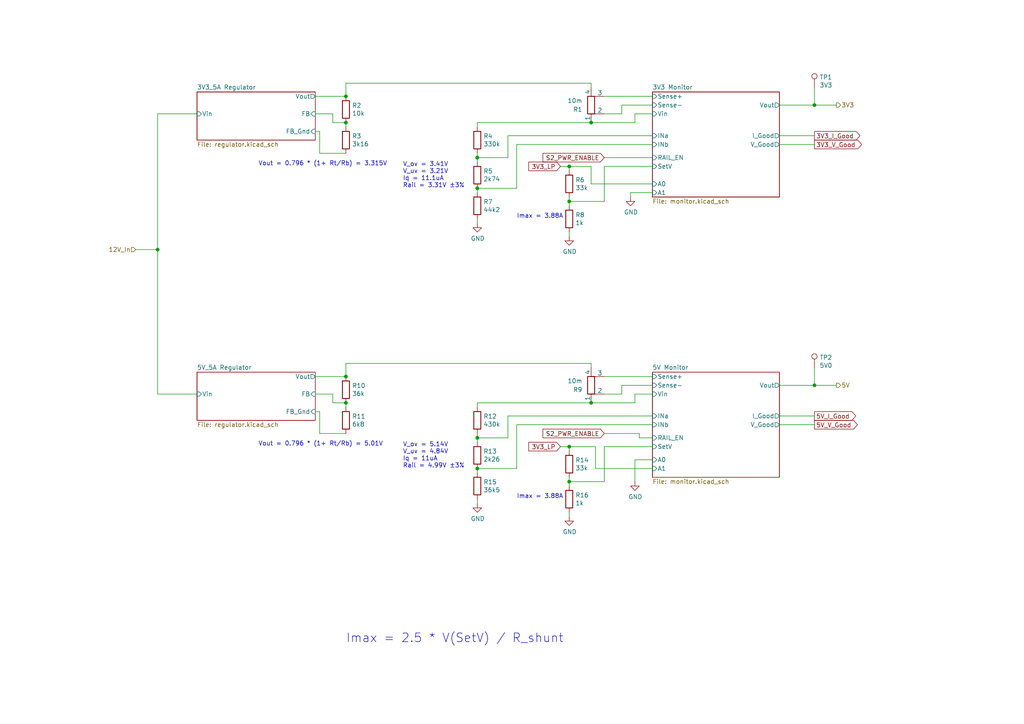
<source format=kicad_sch>
(kicad_sch (version 20210126) (generator eeschema)
  (paper "A4")
  (title_block (rev "DRAFT") (company "M0WUT"))
  (lib_symbols
    (symbol "Connector:TestPoint" (pin_numbers hide) (pin_names (offset 0.762) hide)
      (property "Reference" "TP" (at 0 6.858 0))
      (property "Value" "TestPoint" (at 0 5.08 0))
      (symbol "TestPoint_0_1"
        (circle (center 0 3.302) (radius 0.762))
      )
      (symbol "TestPoint_1_1"
        (pin passive line (at 0 0 90) (length 2.54) (name "1") (number "1"))
      )
    )
    (symbol "Device:R" (pin_numbers hide) (pin_names (offset 0))
      (property "Reference" "R" (at 2.032 0 90))
      (property "Value" "R" (at 0 0 90))
      (symbol "R_0_1"
        (rectangle (start -1.016 -2.54) (end 1.016 2.54) (stroke (width 0.254)))
      )
      (symbol "R_1_1"
        (pin passive line (at 0 3.81 270) (length 1.27) (name "~") (number "1"))
        (pin passive line (at 0 -3.81 90) (length 1.27) (name "~") (number "2"))
      )
    )
    (symbol "Device:R_Shunt" (pin_numbers hide) (pin_names (offset 0))
      (property "Reference" "R" (at -4.445 0 90))
      (property "Value" "R_Shunt" (at -2.54 0 90))
      (symbol "R_Shunt_0_1"
        (rectangle (start -1.016 -2.54) (end 1.016 2.54) (stroke (width 0.254)))
        (polyline (pts (xy 0 -2.54) (xy 1.27 -2.54)))
        (polyline (pts (xy 1.27 2.54) (xy 0 2.54)))
      )
      (symbol "R_Shunt_1_1"
        (pin passive line (at 0 5.08 270) (length 2.54) (name "1") (number "1"))
        (pin passive line (at 3.81 2.54 180) (length 2.54) (name "2") (number "2"))
        (pin passive line (at 3.81 -2.54 180) (length 2.54) (name "3") (number "3"))
        (pin passive line (at 0 -5.08 90) (length 2.54) (name "4") (number "4"))
      )
    )
    (symbol "power:GND" (power) (pin_names (offset 0))
      (property "Value" "GND" (at 0 -3.81 0))
      (symbol "GND_0_1"
        (polyline (pts (xy 0 0) (xy 0 -1.27) (xy 1.27 -1.27) (xy 0 -2.54) (xy -1.27 -1.27) (xy 0 -1.27)))
      )
      (symbol "GND_1_1"
        (pin power_in line (at 0 0 270) (length 0) hide (name "GND") (number "1"))
      )
    )
  )
  (junction (at 45.72 72.39) (diameter 0.9144))
  (junction (at 100.33 27.94) (diameter 0.9144))
  (junction (at 100.33 35.56) (diameter 0.9144))
  (junction (at 100.33 109.22) (diameter 0.9144))
  (junction (at 100.33 116.84) (diameter 0.9144))
  (junction (at 138.43 45.72) (diameter 0.9144))
  (junction (at 138.43 54.61) (diameter 0.9144))
  (junction (at 138.43 127) (diameter 0.9144))
  (junction (at 138.43 135.89) (diameter 0.9144))
  (junction (at 165.1 48.26) (diameter 0.9144))
  (junction (at 165.1 58.42) (diameter 0.9144))
  (junction (at 165.1 129.54) (diameter 0.9144))
  (junction (at 165.1 139.7) (diameter 0.9144))
  (junction (at 171.45 35.56) (diameter 0.9144))
  (junction (at 171.45 116.84) (diameter 0.9144))
  (junction (at 236.22 30.48) (diameter 0.9144))
  (junction (at 236.22 111.76) (diameter 0.9144))
  (wire (pts (xy 45.72 33.02) (xy 45.72 72.39)))
  (wire (pts (xy 45.72 72.39) (xy 39.37 72.39)))
  (wire (pts (xy 45.72 72.39) (xy 45.72 114.3)))
  (wire (pts (xy 45.72 114.3) (xy 57.15 114.3)))
  (wire (pts (xy 57.15 33.02) (xy 45.72 33.02)))
  (wire (pts (xy 91.44 27.94) (xy 100.33 27.94)))
  (wire (pts (xy 91.44 33.02) (xy 96.52 33.02)))
  (wire (pts (xy 91.44 109.22) (xy 100.33 109.22)))
  (wire (pts (xy 91.44 114.3) (xy 96.52 114.3)))
  (wire (pts (xy 92.71 38.1) (xy 91.44 38.1)))
  (wire (pts (xy 92.71 44.45) (xy 92.71 38.1)))
  (wire (pts (xy 92.71 119.38) (xy 91.44 119.38)))
  (wire (pts (xy 92.71 125.73) (xy 92.71 119.38)))
  (wire (pts (xy 96.52 33.02) (xy 96.52 35.56)))
  (wire (pts (xy 96.52 35.56) (xy 100.33 35.56)))
  (wire (pts (xy 96.52 114.3) (xy 96.52 116.84)))
  (wire (pts (xy 96.52 116.84) (xy 100.33 116.84)))
  (wire (pts (xy 100.33 24.13) (xy 100.33 27.94)))
  (wire (pts (xy 100.33 24.13) (xy 171.45 24.13)))
  (wire (pts (xy 100.33 36.83) (xy 100.33 35.56)))
  (wire (pts (xy 100.33 44.45) (xy 92.71 44.45)))
  (wire (pts (xy 100.33 105.41) (xy 100.33 109.22)))
  (wire (pts (xy 100.33 105.41) (xy 171.45 105.41)))
  (wire (pts (xy 100.33 118.11) (xy 100.33 116.84)))
  (wire (pts (xy 100.33 125.73) (xy 92.71 125.73)))
  (wire (pts (xy 138.43 35.56) (xy 138.43 36.83)))
  (wire (pts (xy 138.43 44.45) (xy 138.43 45.72)))
  (wire (pts (xy 138.43 45.72) (xy 138.43 46.99)))
  (wire (pts (xy 138.43 45.72) (xy 147.32 45.72)))
  (wire (pts (xy 138.43 54.61) (xy 149.86 54.61)))
  (wire (pts (xy 138.43 55.88) (xy 138.43 54.61)))
  (wire (pts (xy 138.43 63.5) (xy 138.43 64.77)))
  (wire (pts (xy 138.43 116.84) (xy 138.43 118.11)))
  (wire (pts (xy 138.43 125.73) (xy 138.43 127)))
  (wire (pts (xy 138.43 127) (xy 138.43 128.27)))
  (wire (pts (xy 138.43 127) (xy 147.32 127)))
  (wire (pts (xy 138.43 135.89) (xy 149.86 135.89)))
  (wire (pts (xy 138.43 137.16) (xy 138.43 135.89)))
  (wire (pts (xy 138.43 144.78) (xy 138.43 146.05)))
  (wire (pts (xy 147.32 39.37) (xy 189.23 39.37)))
  (wire (pts (xy 147.32 45.72) (xy 147.32 39.37)))
  (wire (pts (xy 147.32 120.65) (xy 189.23 120.65)))
  (wire (pts (xy 147.32 127) (xy 147.32 120.65)))
  (wire (pts (xy 149.86 41.91) (xy 149.86 54.61)))
  (wire (pts (xy 149.86 123.19) (xy 149.86 135.89)))
  (wire (pts (xy 162.56 48.26) (xy 165.1 48.26)))
  (wire (pts (xy 162.56 129.54) (xy 165.1 129.54)))
  (wire (pts (xy 165.1 48.26) (xy 165.1 49.53)))
  (wire (pts (xy 165.1 58.42) (xy 165.1 57.15)))
  (wire (pts (xy 165.1 59.69) (xy 165.1 58.42)))
  (wire (pts (xy 165.1 68.58) (xy 165.1 67.31)))
  (wire (pts (xy 165.1 129.54) (xy 165.1 130.81)))
  (wire (pts (xy 165.1 139.7) (xy 165.1 138.43)))
  (wire (pts (xy 165.1 140.97) (xy 165.1 139.7)))
  (wire (pts (xy 165.1 149.86) (xy 165.1 148.59)))
  (wire (pts (xy 171.45 24.13) (xy 171.45 25.4)))
  (wire (pts (xy 171.45 35.56) (xy 138.43 35.56)))
  (wire (pts (xy 171.45 35.56) (xy 184.15 35.56)))
  (wire (pts (xy 171.45 48.26) (xy 165.1 48.26)))
  (wire (pts (xy 171.45 53.34) (xy 171.45 48.26)))
  (wire (pts (xy 171.45 105.41) (xy 171.45 106.68)))
  (wire (pts (xy 171.45 116.84) (xy 138.43 116.84)))
  (wire (pts (xy 171.45 116.84) (xy 184.15 116.84)))
  (wire (pts (xy 172.72 129.54) (xy 165.1 129.54)))
  (wire (pts (xy 172.72 135.89) (xy 172.72 129.54)))
  (wire (pts (xy 175.26 27.94) (xy 189.23 27.94)))
  (wire (pts (xy 175.26 33.02) (xy 180.34 33.02)))
  (wire (pts (xy 175.26 45.72) (xy 189.23 45.72)))
  (wire (pts (xy 175.26 48.26) (xy 175.26 58.42)))
  (wire (pts (xy 175.26 48.26) (xy 189.23 48.26)))
  (wire (pts (xy 175.26 58.42) (xy 165.1 58.42)))
  (wire (pts (xy 175.26 109.22) (xy 189.23 109.22)))
  (wire (pts (xy 175.26 114.3) (xy 180.34 114.3)))
  (wire (pts (xy 175.26 125.73) (xy 185.42 125.73)))
  (wire (pts (xy 175.26 129.54) (xy 175.26 139.7)))
  (wire (pts (xy 175.26 129.54) (xy 189.23 129.54)))
  (wire (pts (xy 175.26 139.7) (xy 165.1 139.7)))
  (wire (pts (xy 180.34 30.48) (xy 189.23 30.48)))
  (wire (pts (xy 180.34 33.02) (xy 180.34 30.48)))
  (wire (pts (xy 180.34 111.76) (xy 189.23 111.76)))
  (wire (pts (xy 180.34 114.3) (xy 180.34 111.76)))
  (wire (pts (xy 182.88 55.88) (xy 182.88 57.15)))
  (wire (pts (xy 184.15 33.02) (xy 189.23 33.02)))
  (wire (pts (xy 184.15 35.56) (xy 184.15 33.02)))
  (wire (pts (xy 184.15 114.3) (xy 189.23 114.3)))
  (wire (pts (xy 184.15 116.84) (xy 184.15 114.3)))
  (wire (pts (xy 184.15 133.35) (xy 184.15 139.7)))
  (wire (pts (xy 185.42 127) (xy 185.42 125.73)))
  (wire (pts (xy 189.23 41.91) (xy 149.86 41.91)))
  (wire (pts (xy 189.23 53.34) (xy 171.45 53.34)))
  (wire (pts (xy 189.23 55.88) (xy 182.88 55.88)))
  (wire (pts (xy 189.23 123.19) (xy 149.86 123.19)))
  (wire (pts (xy 189.23 127) (xy 185.42 127)))
  (wire (pts (xy 189.23 133.35) (xy 184.15 133.35)))
  (wire (pts (xy 189.23 135.89) (xy 172.72 135.89)))
  (wire (pts (xy 226.06 120.65) (xy 236.22 120.65)))
  (wire (pts (xy 226.06 123.19) (xy 236.22 123.19)))
  (wire (pts (xy 236.22 25.4) (xy 236.22 30.48)))
  (wire (pts (xy 236.22 30.48) (xy 226.06 30.48)))
  (wire (pts (xy 236.22 39.37) (xy 226.06 39.37)))
  (wire (pts (xy 236.22 41.91) (xy 226.06 41.91)))
  (wire (pts (xy 236.22 106.68) (xy 236.22 111.76)))
  (wire (pts (xy 236.22 111.76) (xy 226.06 111.76)))
  (wire (pts (xy 242.57 30.48) (xy 236.22 30.48)))
  (wire (pts (xy 242.57 111.76) (xy 236.22 111.76)))
  (text "Vout = 0.796 * (1+ Rt/Rb) = 3.315V" (at 74.93 48.26 0) (effects (font (size 1.27 1.27)) (justify left bottom)))
  (text "Vout = 0.796 * (1+ Rt/Rb) = 5.01V" (at 74.93 129.54 0) (effects (font (size 1.27 1.27)) (justify left bottom)))
  (text "Imax = 2.5 * V(SetV) / R_shunt" (at 100.33 186.69 0) (effects (font (size 2.54 2.54)) (justify left bottom)))
  (text "V_ov = 3.41V\nV_uv = 3.21V\nIq = 11.1uA\nRail = 3.31V ±3%" (at 116.84 54.61 0) (effects (font (size 1.27 1.27)) (justify left bottom)))
  (text "V_ov = 5.14V\nV_uv = 4.84V\nIq = 11uA\nRail = 4.99V ±3%" (at 116.84 135.89 0) (effects (font (size 1.27 1.27)) (justify left bottom)))
  (text "Imax = 3.88A" (at 149.86 63.5 0) (effects (font (size 1.27 1.27)) (justify left bottom)))
  (text "Imax = 3.88A" (at 149.86 144.78 0) (effects (font (size 1.27 1.27)) (justify left bottom)))
  (global_label "3V3_LP" (shape input) (at 162.56 48.26 180) (property "Intersheet References" "${INTERSHEET_REFS}" (effects hide)))
  (global_label "3V3_LP" (shape input) (at 162.56 129.54 180) (property "Intersheet References" "${INTERSHEET_REFS}" (effects hide)))
  (global_label "S2_PWR_ENABLE" (shape input) (at 175.26 45.72 180) (property "Intersheet References" "${INTERSHEET_REFS}" (effects hide)))
  (global_label "S2_PWR_ENABLE" (shape input) (at 175.26 125.73 180) (property "Intersheet References" "${INTERSHEET_REFS}" (effects hide)))
  (global_label "3V3_I_Good" (shape output) (at 236.22 39.37 0) (property "Intersheet References" "${INTERSHEET_REFS}" (effects hide)))
  (global_label "3V3_V_Good" (shape output) (at 236.22 41.91 0) (property "Intersheet References" "${INTERSHEET_REFS}" (effects hide)))
  (global_label "5V_I_Good" (shape output) (at 236.22 120.65 0) (property "Intersheet References" "${INTERSHEET_REFS}" (effects hide)))
  (global_label "5V_V_Good" (shape output) (at 236.22 123.19 0) (property "Intersheet References" "${INTERSHEET_REFS}" (effects hide)))
  (hierarchical_label "12V_In" (shape input) (at 39.37 72.39 180))
  (hierarchical_label "3V3" (shape output) (at 242.57 30.48 0))
  (hierarchical_label "5V" (shape output) (at 242.57 111.76 0))
  (symbol (lib_id "Connector:TestPoint") (at 236.22 25.4 0)
    (property "Reference" "TP1" (at 237.6932 22.4028 0) (effects (justify left)))
    (property "Value" "3V3" (at 237.6932 24.7142 0) (effects (justify left)))
    (property "Footprint" "TestPoint:TestPoint_Pad_D1.5mm" (effects hide))
  )
  (symbol (lib_id "Connector:TestPoint") (at 236.22 106.68 0)
    (property "Reference" "TP2" (at 237.6932 103.6828 0) (effects (justify left)))
    (property "Value" "5V0" (at 237.6932 105.9942 0) (effects (justify left)))
    (property "Footprint" "TestPoint:TestPoint_Pad_D1.5mm" (effects hide))
  )
  (symbol (lib_id "power:GND") (at 138.43 64.77 0)
    (property "Reference" "#PWR08" (effects hide))
    (property "Value" "GND" (at 138.557 69.1642 0))
  )
  (symbol (lib_id "power:GND") (at 138.43 146.05 0)
    (property "Reference" "#PWR011" (effects hide))
    (property "Value" "GND" (at 138.557 150.4442 0))
  )
  (symbol (lib_id "power:GND") (at 165.1 68.58 0)
    (property "Reference" "#PWR09" (effects hide))
    (property "Value" "GND" (at 165.227 72.9742 0))
  )
  (symbol (lib_id "power:GND") (at 165.1 149.86 0) (unit 1)
    (property "Reference" "#PWR012" (effects hide))
    (property "Value" "GND" (at 165.227 154.2542 0))
  )
  (symbol (lib_id "power:GND") (at 182.88 57.15 0) (unit 1)
    (property "Reference" "#PWR07" (effects hide))
    (property "Value" "GND" (at 183.007 61.5442 0))
  )
  (symbol (lib_id "power:GND") (at 184.15 139.7 0) (unit 1)
    (property "Reference" "#PWR010" (effects hide))
    (property "Value" "GND" (at 184.277 144.0942 0))
  )
  (symbol (lib_id "Device:R") (at 100.33 31.75 0)
    (property "Reference" "R2" (at 102.108 30.5816 0) (effects (justify left)))
    (property "Value" "10k" (at 102.108 32.893 0) (effects (justify left)))
    (property "Footprint" "Resistor_SMD:R_0603_1608Metric" (effects hide))
  )
  (symbol (lib_id "Device:R") (at 100.33 40.64 0)
    (property "Reference" "R3" (at 102.108 39.4716 0) (effects (justify left)))
    (property "Value" "3k16" (at 102.108 41.783 0) (effects (justify left)))
    (property "Footprint" "Resistor_SMD:R_0603_1608Metric" (effects hide))
  )
  (symbol (lib_id "Device:R") (at 100.33 113.03 0)
    (property "Reference" "R10" (at 102.108 111.8616 0) (effects (justify left)))
    (property "Value" "36k" (at 102.108 114.173 0) (effects (justify left)))
    (property "Footprint" "Resistor_SMD:R_0603_1608Metric" (effects hide))
  )
  (symbol (lib_id "Device:R") (at 100.33 121.92 0)
    (property "Reference" "R11" (at 102.108 120.7516 0) (effects (justify left)))
    (property "Value" "6k8" (at 102.108 123.063 0) (effects (justify left)))
    (property "Footprint" "Resistor_SMD:R_0603_1608Metric" (effects hide))
  )
  (symbol (lib_id "Device:R") (at 138.43 40.64 0)
    (property "Reference" "R4" (at 140.208 39.4716 0) (effects (justify left)))
    (property "Value" "330k" (at 140.208 41.783 0) (effects (justify left)))
    (property "Footprint" "Resistor_SMD:R_0603_1608Metric" (effects hide))
  )
  (symbol (lib_id "Device:R") (at 138.43 50.8 0)
    (property "Reference" "R5" (at 140.208 49.6316 0) (effects (justify left)))
    (property "Value" "2k74" (at 140.208 51.943 0) (effects (justify left)))
    (property "Footprint" "Resistor_SMD:R_0603_1608Metric" (effects hide))
  )
  (symbol (lib_id "Device:R") (at 138.43 59.69 0)
    (property "Reference" "R7" (at 140.208 58.5216 0) (effects (justify left)))
    (property "Value" "44k2" (at 140.208 60.833 0) (effects (justify left)))
    (property "Footprint" "Resistor_SMD:R_0603_1608Metric" (effects hide))
  )
  (symbol (lib_id "Device:R") (at 138.43 121.92 0)
    (property "Reference" "R12" (at 140.208 120.7516 0) (effects (justify left)))
    (property "Value" "430k" (at 140.208 123.063 0) (effects (justify left)))
    (property "Footprint" "Resistor_SMD:R_0603_1608Metric" (effects hide))
  )
  (symbol (lib_id "Device:R") (at 138.43 132.08 0)
    (property "Reference" "R13" (at 140.208 130.9116 0) (effects (justify left)))
    (property "Value" "2k26" (at 140.208 133.223 0) (effects (justify left)))
    (property "Footprint" "Resistor_SMD:R_0603_1608Metric" (effects hide))
  )
  (symbol (lib_id "Device:R") (at 138.43 140.97 0)
    (property "Reference" "R15" (at 140.208 139.8016 0) (effects (justify left)))
    (property "Value" "36k5" (at 140.208 142.113 0) (effects (justify left)))
    (property "Footprint" "Resistor_SMD:R_0603_1608Metric" (effects hide))
  )
  (symbol (lib_id "Device:R") (at 165.1 53.34 0)
    (property "Reference" "R6" (at 166.878 52.1716 0) (effects (justify left)))
    (property "Value" "33k" (at 166.878 54.483 0) (effects (justify left)))
    (property "Footprint" "Resistor_SMD:R_0603_1608Metric" (effects hide))
  )
  (symbol (lib_id "Device:R") (at 165.1 63.5 0)
    (property "Reference" "R8" (at 166.878 62.3316 0) (effects (justify left)))
    (property "Value" "1k" (at 166.878 64.643 0) (effects (justify left)))
    (property "Footprint" "Resistor_SMD:R_0603_1608Metric" (effects hide))
  )
  (symbol (lib_id "Device:R") (at 165.1 134.62 0)
    (property "Reference" "R14" (at 166.878 133.4516 0) (effects (justify left)))
    (property "Value" "33k" (at 166.878 135.763 0) (effects (justify left)))
    (property "Footprint" "Resistor_SMD:R_0603_1608Metric" (effects hide))
  )
  (symbol (lib_id "Device:R") (at 165.1 144.78 0)
    (property "Reference" "R16" (at 166.878 143.6116 0) (effects (justify left)))
    (property "Value" "1k" (at 166.878 145.923 0) (effects (justify left)))
    (property "Footprint" "Resistor_SMD:R_0603_1608Metric" (effects hide))
  )
  (symbol (lib_id "Device:R_Shunt") (at 171.45 30.48 0) (mirror x)
    (property "Reference" "R1" (at 168.91 31.75 0) (effects (justify right)))
    (property "Value" "10m" (at 168.91 29.21 0) (effects (justify right)))
    (property "Footprint" "Resistor_WUT:R_Shunt_Vishay_WSK1206" (effects hide))
    (property "MPN" "WSK1206R0100FEA18" (effects hide))
  )
  (symbol (lib_id "Device:R_Shunt") (at 171.45 111.76 0) (mirror x)
    (property "Reference" "R9" (at 168.91 113.03 0) (effects (justify right)))
    (property "Value" "10m" (at 168.91 110.49 0) (effects (justify right)))
    (property "Footprint" "Resistor_WUT:R_Shunt_Vishay_WSK1206" (effects hide))
    (property "MPN" "WSK1206R0100FEA18" (effects hide))
  )
  (sheet (at 189.23 26.67) (size 36.83 30.48)
    (property "Sheet name" "3V3 Monitor" (at 189.23 26.0345 0) (effects (justify left bottom)))
    (property "Sheet file" "monitor.kicad_sch" (at 189.23 57.6585 0) (effects (justify left top)))
    (pin "INa" input (at 189.23 39.37 180))
    (pin "INb" input (at 189.23 41.91 180))
    (pin "Vin" input (at 189.23 33.02 180))
    (pin "Vout" output (at 226.06 30.48 0))
    (pin "SetV" input (at 189.23 48.26 180))
    (pin "RAIL_EN" input (at 189.23 45.72 180))
    (pin "Sense-" input (at 189.23 30.48 180))
    (pin "Sense+" input (at 189.23 27.94 180))
    (pin "I_Good" output (at 226.06 39.37 0))
    (pin "V_Good" output (at 226.06 41.91 0))
    (pin "A0" input (at 189.23 53.34 180))
    (pin "A1" input (at 189.23 55.88 180))
  )
  (sheet (at 57.15 26.67) (size 34.29 13.97)
    (property "Sheet name" "3V3_5A Regulator" (at 57.15 26.0345 0) (effects (justify left bottom)))
    (property "Sheet file" "regulator.kicad_sch" (at 57.15 41.1485 0) (effects (justify left top)))
    (pin "Vin" input (at 57.15 33.02 180))
    (pin "Vout" output (at 91.44 27.94 0))
    (pin "FB_Gnd" input (at 91.44 38.1 0))
    (pin "FB" input (at 91.44 33.02 0))
  )
  (sheet (at 189.23 107.95) (size 36.83 30.48)
    (property "Sheet name" "5V Monitor" (at 189.23 107.3145 0) (effects (justify left bottom)))
    (property "Sheet file" "monitor.kicad_sch" (at 189.23 138.9385 0) (effects (justify left top)))
    (pin "INa" input (at 189.23 120.65 180))
    (pin "INb" input (at 189.23 123.19 180))
    (pin "Vin" input (at 189.23 114.3 180))
    (pin "Vout" output (at 226.06 111.76 0))
    (pin "SetV" input (at 189.23 129.54 180))
    (pin "RAIL_EN" input (at 189.23 127 180))
    (pin "Sense-" input (at 189.23 111.76 180))
    (pin "Sense+" input (at 189.23 109.22 180))
    (pin "I_Good" output (at 226.06 120.65 0))
    (pin "V_Good" output (at 226.06 123.19 0))
    (pin "A0" input (at 189.23 133.35 180))
    (pin "A1" input (at 189.23 135.89 180))
  )
  (sheet (at 57.15 107.95) (size 34.29 13.97)
    (property "Sheet name" "5V_5A Regulator" (at 57.15 107.3145 0) (effects (justify left bottom)))
    (property "Sheet file" "regulator.kicad_sch" (at 57.15 122.4285 0) (effects (justify left top)))
    (pin "Vin" input (at 57.15 114.3 180))
    (pin "Vout" output (at 91.44 109.22 0))
    (pin "FB_Gnd" input (at 91.44 119.38 0))
    (pin "FB" input (at 91.44 114.3 0))
  )
)
</source>
